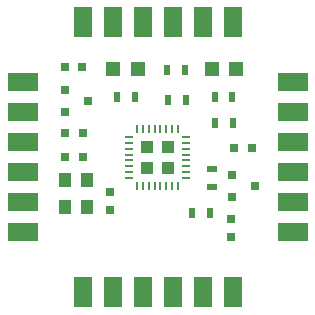
<source format=gbr>
G04 #@! TF.FileFunction,Paste,Top*
%FSLAX46Y46*%
G04 Gerber Fmt 4.6, Leading zero omitted, Abs format (unit mm)*
G04 Created by KiCad (PCBNEW 4.0.0-rc1-stable) date 10/19/2015 11:16:30 PM*
%MOMM*%
G01*
G04 APERTURE LIST*
%ADD10C,0.100000*%
%ADD11R,0.700000X0.250000*%
%ADD12R,0.250000X0.700000*%
%ADD13R,1.035000X1.035000*%
%ADD14R,1.198880X1.198880*%
%ADD15R,1.524000X2.540000*%
%ADD16R,2.540000X1.524000*%
%ADD17R,0.800100X0.800100*%
%ADD18R,1.050000X1.300000*%
%ADD19R,0.800000X0.750000*%
%ADD20R,0.750000X0.800000*%
%ADD21R,0.500000X0.900000*%
%ADD22R,0.900000X0.500000*%
G04 APERTURE END LIST*
D10*
D11*
X137300000Y-112550000D03*
X137300000Y-113050000D03*
X137300000Y-113550000D03*
X137300000Y-114050000D03*
X137300000Y-114550000D03*
X137300000Y-115050000D03*
X137300000Y-115550000D03*
X137300000Y-116050000D03*
D12*
X137950000Y-116700000D03*
X138450000Y-116700000D03*
X138950000Y-116700000D03*
X139450000Y-116700000D03*
X139950000Y-116700000D03*
X140450000Y-116700000D03*
X140950000Y-116700000D03*
X141450000Y-116700000D03*
D11*
X142100000Y-116050000D03*
X142100000Y-115550000D03*
X142100000Y-115050000D03*
X142100000Y-114550000D03*
X142100000Y-114050000D03*
X142100000Y-113550000D03*
X142100000Y-113050000D03*
X142100000Y-112550000D03*
D12*
X141450000Y-111900000D03*
X140950000Y-111900000D03*
X140450000Y-111900000D03*
X139950000Y-111900000D03*
X139450000Y-111900000D03*
X138950000Y-111900000D03*
X138450000Y-111900000D03*
X137950000Y-111900000D03*
D13*
X140562500Y-115162500D03*
X140562500Y-113437500D03*
X138837500Y-115162500D03*
X138837500Y-113437500D03*
D14*
X135950960Y-106807000D03*
X138049000Y-106807000D03*
X144272000Y-106807000D03*
X146370040Y-106807000D03*
D15*
X146050000Y-125730000D03*
X143510000Y-125730000D03*
X140970000Y-125730000D03*
X138430000Y-125730000D03*
X135890000Y-125730000D03*
X133350000Y-125730000D03*
X133350000Y-102870000D03*
X135890000Y-102870000D03*
X138430000Y-102870000D03*
X140970000Y-102870000D03*
X143510000Y-102870000D03*
X146050000Y-102870000D03*
D16*
X151130000Y-107950000D03*
X151130000Y-110490000D03*
X151130000Y-113030000D03*
X151130000Y-115570000D03*
X151130000Y-118110000D03*
X151130000Y-120650000D03*
X128270000Y-120650000D03*
X128270000Y-118110000D03*
X128270000Y-115570000D03*
X128270000Y-113030000D03*
X128270000Y-110490000D03*
X128270000Y-107950000D03*
D17*
X131826000Y-108585000D03*
X131826000Y-110485000D03*
X133824980Y-109535000D03*
X145989000Y-115763000D03*
X145989000Y-117663000D03*
X147987980Y-116713000D03*
D18*
X131881000Y-116191000D03*
X131881000Y-118491000D03*
X133731000Y-118491000D03*
X133731000Y-116191000D03*
D19*
X131826000Y-106680000D03*
X133326000Y-106680000D03*
X131850000Y-112268000D03*
X133350000Y-112268000D03*
X146201000Y-113538000D03*
X147701000Y-113538000D03*
D20*
X145923000Y-119531000D03*
X145923000Y-121031000D03*
D19*
X133350000Y-114300000D03*
X131850000Y-114300000D03*
D20*
X135636000Y-118721000D03*
X135636000Y-117221000D03*
D21*
X144550000Y-111379000D03*
X146050000Y-111379000D03*
X142645000Y-118999000D03*
X144145000Y-118999000D03*
X137795000Y-109220000D03*
X136295000Y-109220000D03*
X146038000Y-109220000D03*
X144538000Y-109220000D03*
D22*
X144272000Y-116816000D03*
X144272000Y-115316000D03*
D21*
X140613000Y-109474000D03*
X142113000Y-109474000D03*
X141986000Y-106934000D03*
X140486000Y-106934000D03*
M02*

</source>
